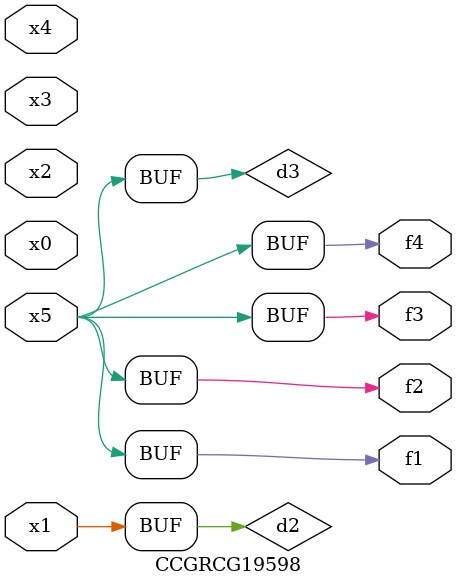
<source format=v>
module CCGRCG19598(
	input x0, x1, x2, x3, x4, x5,
	output f1, f2, f3, f4
);

	wire d1, d2, d3;

	not (d1, x5);
	or (d2, x1);
	xnor (d3, d1);
	assign f1 = d3;
	assign f2 = d3;
	assign f3 = d3;
	assign f4 = d3;
endmodule

</source>
